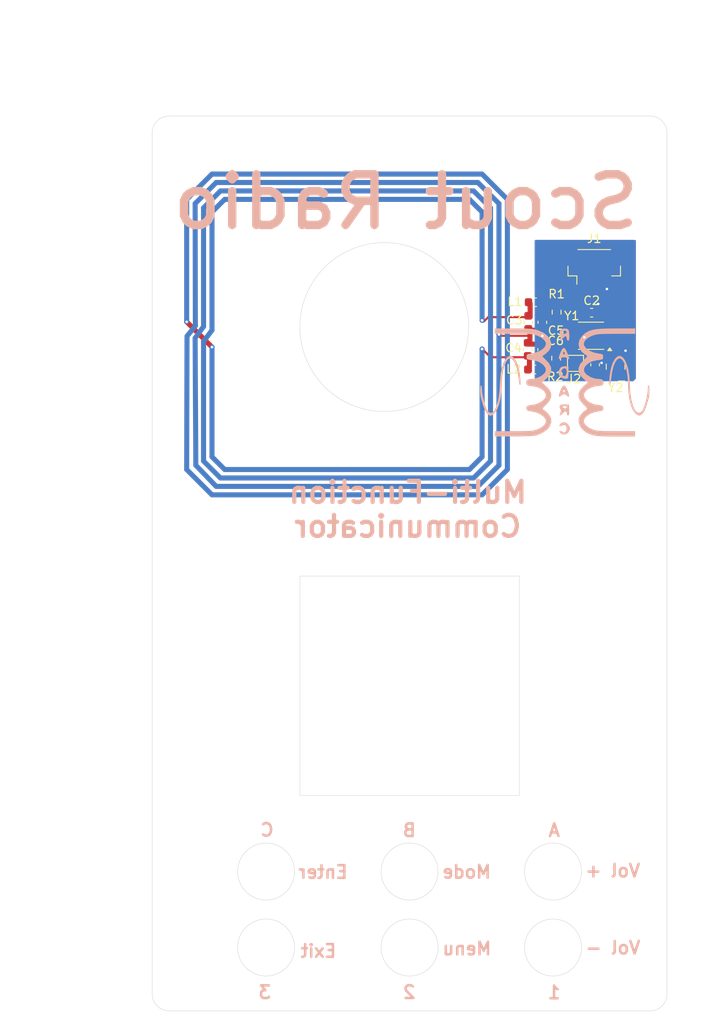
<source format=kicad_pcb>
(kicad_pcb (version 20240108) (generator "pcbnew") (generator_version "8.0")
  (layers (0 "F.Cu" signal) (31 "B.Cu" signal) (34 "B.Paste" user) (35 "F.Paste" user) (36 "B.SilkS" user "B.Silkscreen") (37 "F.SilkS" user "F.Silkscreen") (38 "B.Mask" user) (39 "F.Mask" user) (44 "Edge.Cuts" user))
  (net 0 "")
  (net 1 "GND")
  (net 2 "+3.3V")
  (net 3 "Net-(C5-Pad1)")
  (net 4 "Net-(C6-Pad2)")
  (net 5 "Net-(J1-Pin_3)")
  (net 6 "Net-(J1-Pin_2)")
  (net 7 "Net-(J2-Pin_1)")
  (net 8 "Net-(Y1-CLK1)")
  (net 9 "Net-(Y1-XA)")
  (net 12 "Net-(ANT1-L1)")
  (net 13 "Net-(ANT1-L2)")
  (net 14 "Net-(Y1-CLK2)")
  (footprint "MountingHole:MountingHole_2.1mm" (layer "F.Cu") (at 102.5 92.5)
    (property "Reference" "H1" (hide yes))
    (property "Value" "MountingHole")
    (pad "" np_thru_hole circle (at 0 0) (size 2.1 2.1) (drill 2.1) (layers "*.Cu" "*.Mask"))
  )
  (footprint "Capacitor_SMD:C_0603_1608Metric" (layer "F.Cu") (at 152.07 67.3)
    (property "Reference" "C2" (at 0 -1.43 0) (layer "F.SilkS"))
    (property "Value" "100n")
    (fp_line (start -0.14058 -0.51) (end 0.14058 -0.51) (stroke (width 0.12)) (layer "F.SilkS"))
    (fp_line (start -0.14058 0.51) (end 0.14058 0.51) (stroke (width 0.12)) (layer "F.SilkS"))
    (pad "1" smd roundrect (at -0.775 0) (size 0.9 0.95) (layers "F.Cu" "F.Paste" "F.Mask") (net 2 "+3.3V"))
    (pad "2" smd roundrect (at 0.775 0) (size 0.9 0.95) (layers "F.Cu" "F.Paste" "F.Mask") (net 1 "GND"))
  )
  (footprint "MountingHole:MountingHole_2.1mm" (layer "F.Cu") (at 114.5 46.5)
    (property "Reference" "H5" (hide yes))
    (property "Value" "MountingHole")
    (pad "" np_thru_hole circle (at 0 0) (size 2.1 2.1) (drill 2.1) (layers "*.Cu" "*.Mask"))
  )
  (footprint "Package_SO:MSOP-10_3x3mm_P0.5mm" (layer "F.Cu") (at 152.0025 70.03 180)
    (property "Reference" "Y1" (at 2.2825 2.36 0) (layer "F.SilkS"))
    (property "Value" "Si5351A-B-GT")
    (fp_line (start 0 1.61) (end 1.5 1.61) (stroke (width 0.12)) (layer "F.SilkS"))
    (fp_line (start 0 1.61) (end -1.5 1.61) (stroke (width 0.12)) (layer "F.SilkS"))
    (fp_line (start 0 -1.61) (end 1.5 -1.61) (stroke (width 0.12)) (layer "F.SilkS"))
    (fp_line (start 0 -1.61) (end -1.5 -1.61) (stroke (width 0.12)) (layer "F.SilkS"))
    (fp_poly (pts (xy -2.2125 -1.435) (xy -2.4525 -1.765) (xy -1.9725 -1.765) (xy -2.2125 -1.435)) (stroke (width 0.12)) (fill solid) (layer "F.SilkS"))
    (pad "1" smd roundrect (at -2.1125 -1 180) (size 1.625 0.35) (layers "F.Cu" "F.Paste" "F.Mask") (net 2 "+3.3V"))
    (pad "2" smd roundrect (at -2.1125 -0.5 180) (size 1.625 0.35) (layers "F.Cu" "F.Paste" "F.Mask") (net 9 "Net-(Y1-XA)"))
    (pad "3" smd roundrect (at -2.1125 0 180) (size 1.625 0.35) (layers "F.Cu" "F.Paste" "F.Mask"))
    (pad "4" smd roundrect (at -2.1125 0.5 180) (size 1.625 0.35) (layers "F.Cu" "F.Paste" "F.Mask") (net 6 "Net-(J1-Pin_2)"))
    (pad "5" smd roundrect (at -2.1125 1 180) (size 1.625 0.35) (layers "F.Cu" "F.Paste" "F.Mask") (net 5 "Net-(J1-Pin_3)"))
    (pad "6" smd roundrect (at 2.1125 1 180) (size 1.625 0.35) (layers "F.Cu" "F.Paste" "F.Mask") (net 14 "Net-(Y1-CLK2)"))
    (pad "7" smd roundrect (at 2.1125 0.5 180) (size 1.625 0.35) (layers "F.Cu" "F.Paste" "F.Mask") (net 2 "+3.3V"))
    (pad "8" smd roundrect (at 2.1125 0 180) (size 1.625 0.35) (layers "F.Cu" "F.Paste" "F.Mask") (net 1 "GND"))
    (pad "9" smd roundrect (at 2.1125 -0.5 180) (size 1.625 0.35) (layers "F.Cu" "F.Paste" "F.Mask") (net 8 "Net-(Y1-CLK1)"))
    (pad "10" smd roundrect (at 2.1125 -1 180) (size 1.625 0.35) (layers "F.Cu" "F.Paste" "F.Mask") (net 7 "Net-(J2-Pin_1)"))
  )
  (footprint "Capacitor_SMD:C_0603_1608Metric" (layer "F.Cu") (at 152.48 73.47 90)
    (property "Reference" "C1" (hide yes))
    (property "Value" "1u")
    (fp_line (start -0.14058 -0.51) (end 0.14058 -0.51) (stroke (width 0.12)) (layer "F.SilkS"))
    (fp_line (start -0.14058 0.51) (end 0.14058 0.51) (stroke (width 0.12)) (layer "F.SilkS"))
    (pad "1" smd roundrect (at -0.775 0 90) (size 0.9 0.95) (layers "F.Cu" "F.Paste" "F.Mask") (net 2 "+3.3V"))
    (pad "2" smd roundrect (at 0.775 0 90) (size 0.9 0.95) (layers "F.Cu" "F.Paste" "F.Mask") (net 1 "GND"))
  )
  (footprint "Capacitor_SMD:C_0603_1608Metric" (layer "F.Cu") (at 144.57 68.44 -90)
    (property "Reference" "C3" (at -0.25 1.67 0) (layer "F.SilkS"))
    (property "Value" "220p")
    (fp_line (start -0.14058 0.51) (end 0.14058 0.51) (stroke (width 0.12)) (layer "F.SilkS"))
    (fp_line (start -0.14058 -0.51) (end 0.14058 -0.51) (stroke (width 0.12)) (layer "F.SilkS"))
    (pad "1" smd roundrect (at -0.775 0 270) (size 0.9 0.95) (layers "F.Cu" "F.Paste" "F.Mask") (net 12 "Net-(ANT1-L1)"))
    (pad "2" smd roundrect (at 0.775 0 270) (size 0.9 0.95) (layers "F.Cu" "F.Paste" "F.Mask") (net 1 "GND"))
  )
  (footprint "Oscillator:Oscillator_SMD_SeikoEpson_TG2520SMN-xxx-xxxxxx-4Pin_2.5x2.0mm" (layer "F.Cu") (at 154.91 73.69 180)
    (property "Reference" "Y2" (at 0 -2.5 0) (layer "F.SilkS"))
    (property "Value" "TG2520SMN-xx.xxxxxxMhz-xxxxNM")
    (fp_line (start 1.11 0.32) (end 1.11 -0.32) (stroke (width 0.12)) (layer "F.SilkS"))
    (fp_line (start -0.38 -1.71) (end -1.07 -1.71) (stroke (width 0.12)) (layer "F.SilkS"))
    (fp_line (start -1.11 0.32) (end -1.11 -0.32) (stroke (width 0.12)) (layer "F.SilkS"))
    (pad "1" smd roundrect (at -0.7 -1.05 180) (size 1 0.8) (layers "F.Cu" "F.Paste" "F.Mask"))
    (pad "2" smd roundrect (at -0.7 1.05 180) (size 1 0.8) (layers "F.Cu" "F.Paste" "F.Mask") (net 1 "GND"))
    (pad "3" smd roundrect (at 0.7 1.05 180) (size 1 0.8) (layers "F.Cu" "F.Paste" "F.Mask") (net 9 "Net-(Y1-XA)"))
    (pad "4" smd roundrect (at 0.7 -1.05 180) (size 1 0.8) (layers "F.Cu" "F.Paste" "F.Mask") (net 2 "+3.3V"))
    (zone (net 0) (net_name "") (layers "F.Cu" "F.SilkS") (connect_pads (clearance 0)) (min_thickness 0.254)
      (keepout (tracks not_allowed) (vias not_allowed) (pads not_allowed) (copperpour not_allowed) (footprints allowed))
      (fill (thermal_gap 0.508) (thermal_bridge_width 0.508))
      (polygon (pts (xy 155.06 74.99) (xy 154.76 74.99) (xy 154.76 74.29) (xy 153.91 74.29) (xy 153.91 73.09) (xy 154.76 73.09) (xy 154.76 72.44) (xy 155.06 72.44) (xy 155.06 73.09) (xy 155.91 73.09) (xy 155.91 74.29) (xy 155.06 74.29)))
    )
  )
  (footprint "MountingHole:MountingHole_2.1mm" (layer "F.Cu") (at 158.5 92.5)
    (property "Reference" "H2" (hide yes))
    (property "Value" "MountingHole")
    (pad "" np_thru_hole circle (at 0 0) (size 2.1 2.1) (drill 2.1) (layers "*.Cu" "*.Mask"))
  )
  (footprint "MountingHole:MountingHole_2.1mm" (layer "F.Cu") (at 146.5 46.5)
    (property "Reference" "H6" (hide yes))
    (property "Value" "MountingHole")
    (pad "" np_thru_hole circle (at 0 0) (size 2.1 2.1) (drill 2.1) (layers "*.Cu" "*.Mask"))
  )
  (footprint "Connector_JST:JST_SH_BM04B-SRSS-TB_1x04-1MP_P1.00mm_Vertical" (layer "F.Cu") (at 152.38 61.83)
    (property "Reference" "J1" (at 0 -3.3 0) (layer "F.SilkS"))
    (property "Value" "Conn_01x04")
    (fp_line (start -3.11 -0.04) (end -3.11 1.11) (stroke (width 0.12)) (layer "F.SilkS"))
    (fp_line (start -3.11 1.11) (end -2.06 1.11) (stroke (width 0.12)) (layer "F.SilkS"))
    (fp_line (start -2.06 1.11) (end -2.06 2.1) (stroke (width 0.12)) (layer "F.SilkS"))
    (fp_line (start -1.94 -2.01) (end 1.94 -2.01) (stroke (width 0.12)) (layer "F.SilkS"))
    (fp_line (start 3.11 -0.04) (end 3.11 1.11) (stroke (width 0.12)) (layer "F.SilkS"))
    (fp_line (start 3.11 1.11) (end 2.06 1.11) (stroke (width 0.12)) (layer "F.SilkS"))
    (pad "1" smd roundrect (at -1.5 1.325) (size 0.6 1.55) (layers "F.Cu" "F.Paste" "F.Mask") (net 2 "+3.3V"))
    (pad "2" smd roundrect (at -0.5 1.325) (size 0.6 1.55) (layers "F.Cu" "F.Paste" "F.Mask") (net 6 "Net-(J1-Pin_2)"))
    (pad "3" smd roundrect (at 0.5 1.325) (size 0.6 1.55) (layers "F.Cu" "F.Paste" "F.Mask") (net 5 "Net-(J1-Pin_3)"))
    (pad "4" smd roundrect (at 1.5 1.325) (size 0.6 1.55) (layers "F.Cu" "F.Paste" "F.Mask") (net 1 "GND"))
    (pad "MP" smd roundrect (at -2.8 -1.2) (size 1.2 1.8) (layers "F.Cu" "F.Paste" "F.Mask") (roundrect_rratio 0.208333))
    (pad "MP" smd roundrect (at 2.8 -1.2) (size 1.2 1.8) (layers "F.Cu" "F.Paste" "F.Mask") (roundrect_rratio 0.208333))
  )
  (footprint "MountingHole:MountingHole_2.1mm" (layer "F.Cu") (at 107.5 147.5)
    (property "Reference" "H3" (hide yes))
    (property "Value" "MountingHole")
    (pad "" np_thru_hole circle (at 0 0) (size 2.1 2.1) (drill 2.1) (layers "*.Cu" "*.Mask"))
  )
  (footprint "Inductor_SMD:L_0603_1608Metric" (layer "F.Cu") (at 145.38 66.06 180)
    (property "Reference" "L1" (at 2.4 0.06 0) (layer "F.SilkS"))
    (property "Value" "180nH")
    (fp_line (start -0.162779 0.51) (end 0.162779 0.51) (stroke (width 0.12)) (layer "F.SilkS"))
    (fp_line (start -0.162779 -0.51) (end 0.162779 -0.51) (stroke (width 0.12)) (layer "F.SilkS"))
    (pad "1" smd roundrect (at -0.7875 0 180) (size 0.875 0.95) (layers "F.Cu" "F.Paste" "F.Mask") (net 3 "Net-(C5-Pad1)"))
    (pad "2" smd roundrect (at 0.7875 0 180) (size 0.875 0.95) (layers "F.Cu" "F.Paste" "F.Mask") (net 12 "Net-(ANT1-L1)"))
  )
  (footprint "Resistor_SMD:R_0603_1608Metric" (layer "F.Cu") (at 147.87 72.685 90)
    (property "Reference" "R2" (at -2.185 -0.11 0) (layer "F.SilkS"))
    (property "Value" "47")
    (fp_line (start -0.237258 -0.5225) (end 0.237258 -0.5225) (stroke (width 0.12)) (layer "F.SilkS"))
    (fp_line (start -0.237258 0.5225) (end 0.237258 0.5225) (stroke (width 0.12)) (layer "F.SilkS"))
    (pad "1" smd roundrect (at -0.825 0 90) (size 0.8 0.95) (layers "F.Cu" "F.Paste" "F.Mask") (net 4 "Net-(C6-Pad2)"))
    (pad "2" smd roundrect (at 0.825 0 90) (size 0.8 0.95) (layers "F.Cu" "F.Paste" "F.Mask") (net 8 "Net-(Y1-CLK1)"))
  )
  (footprint "Inductor_SMD:L_0603_1608Metric" (layer "F.Cu") (at 145.29 74.03 180)
    (property "Reference" "L2" (at 2.47 0.04 0) (layer "F.SilkS"))
    (property "Value" "180nH")
    (fp_line (start -0.162779 0.51) (end 0.162779 0.51) (stroke (width 0.12)) (layer "F.SilkS"))
    (fp_line (start -0.162779 -0.51) (end 0.162779 -0.51) (stroke (width 0.12)) (layer "F.SilkS"))
    (pad "1" smd roundrect (at -0.7875 0 180) (size 0.875 0.95) (layers "F.Cu" "F.Paste" "F.Mask") (net 4 "Net-(C6-Pad2)"))
    (pad "2" smd roundrect (at 0.7875 0 180) (size 0.875 0.95) (layers "F.Cu" "F.Paste" "F.Mask") (net 13 "Net-(ANT1-L2)"))
  )
  (footprint "Capacitor_SMD:C_0603_1608Metric" (layer "F.Cu") (at 144.51 71.64 -90)
    (property "Reference" "C4" (at -0.16 1.69 0) (layer "F.SilkS"))
    (property "Value" "220p")
    (fp_line (start -0.14058 0.51) (end 0.14058 0.51) (stroke (width 0.12)) (layer "F.SilkS"))
    (fp_line (start -0.14058 -0.51) (end 0.14058 -0.51) (stroke (width 0.12)) (layer "F.SilkS"))
    (pad "1" smd roundrect (at -0.775 0 270) (size 0.9 0.95) (layers "F.Cu" "F.Paste" "F.Mask") (net 1 "GND"))
    (pad "2" smd roundrect (at 0.775 0 270) (size 0.9 0.95) (layers "F.Cu" "F.Paste" "F.Mask") (net 13 "Net-(ANT1-L2)"))
  )
  (footprint "Capacitor_SMD:C_0603_1608Metric" (layer "F.Cu") (at 146.21 71.67 -90)
    (property "Reference" "C6" (at -1.05 -1.6 0) (layer "F.SilkS"))
    (property "Value" "220p")
    (fp_line (start -0.14058 0.51) (end 0.14058 0.51) (stroke (width 0.12)) (layer "F.SilkS"))
    (fp_line (start -0.14058 -0.51) (end 0.14058 -0.51) (stroke (width 0.12)) (layer "F.SilkS"))
    (pad "1" smd roundrect (at -0.775 0 270) (size 0.9 0.95) (layers "F.Cu" "F.Paste" "F.Mask") (net 1 "GND"))
    (pad "2" smd roundrect (at 0.775 0 270) (size 0.9 0.95) (layers "F.Cu" "F.Paste" "F.Mask") (net 4 "Net-(C6-Pad2)"))
  )
  (footprint "Capacitor_SMD:C_0603_1608Metric" (layer "F.Cu") (at 146.23 68.44 -90)
    (property "Reference" "C5" (at 0.98 -1.63 0) (layer "F.SilkS"))
    (property "Value" "220p")
    (fp_line (start -0.14058 0.51) (end 0.14058 0.51) (stroke (width 0.12)) (layer "F.SilkS"))
    (fp_line (start -0.14058 -0.51) (end 0.14058 -0.51) (stroke (width 0.12)) (layer "F.SilkS"))
    (pad "1" smd roundrect (at -0.775 0 270) (size 0.9 0.95) (layers "F.Cu" "F.Paste" "F.Mask") (net 3 "Net-(C5-Pad1)"))
    (pad "2" smd roundrect (at 0.775 0 270) (size 0.9 0.95) (layers "F.Cu" "F.Paste" "F.Mask") (net 1 "GND"))
  )
  (footprint "Resistor_SMD:R_0603_1608Metric" (layer "F.Cu") (at 147.92 67.23 -90)
    (property "Reference" "R1" (at -2.14 0 0) (layer "F.SilkS"))
    (property "Value" "47")
    (fp_line (start -0.237258 0.5225) (end 0.237258 0.5225) (stroke (width 0.12)) (layer "F.SilkS"))
    (fp_line (start -0.237258 -0.5225) (end 0.237258 -0.5225) (stroke (width 0.12)) (layer "F.SilkS"))
    (pad "1" smd roundrect (at -0.825 0 270) (size 0.8 0.95) (layers "F.Cu" "F.Paste" "F.Mask") (net 3 "Net-(C5-Pad1)"))
    (pad "2" smd roundrect (at 0.825 0 270) (size 0.8 0.95) (layers "F.Cu" "F.Paste" "F.Mask") (net 14 "Net-(Y1-CLK2)"))
  )
  (footprint "TestPoint:TestPoint_Pad_1.5x1.5mm" (layer "F.Cu") (at 150.16 73.3 90)
    (property "Reference" "J2" (at -1.84 -0.18 0) (layer "F.SilkS"))
    (property "Value" "Conn_01x01")
    (fp_line (start 0.95 -0.95) (end 0.95 0.95) (stroke (width 0.12)) (layer "F.SilkS"))
    (fp_line (start -0.95 -0.95) (end 0.95 -0.95) (stroke (width 0.12)) (layer "F.SilkS"))
    (fp_line (start 0.95 0.95) (end -0.95 0.95) (stroke (width 0.12)) (layer "F.SilkS"))
    (fp_line (start -0.95 0.95) (end -0.95 -0.95) (stroke (width 0.12)) (layer "F.SilkS"))
    (pad "1" smd rect (at 0 0 90) (size 1.5 1.5) (layers "F.Cu" "F.Mask") (net 7 "Net-(J2-Pin_1)"))
  )
  (footprint "MountingHole:MountingHole_2.1mm" (layer "F.Cu") (at 153.5 147.5)
    (property "Reference" "H4" (hide yes))
    (property "Value" "MountingHole")
    (pad "" np_thru_hole circle (at 0 0) (size 2.1 2.1) (drill 2.1) (layers "*.Cu" "*.Mask"))
  )
  (footprint "Scout:Radarc_large" (layer "B.Cu") (at 148.9 75.46 180)
    (property "Reference" "G***" (hide yes))
    (property "Value" "LOGO" (hide yes))
    (fp_poly (pts (xy 0.332981 -4.863418) (xy 0.550602 -5.008594) (xy 0.640336 -5.179805) (xy 0.612827 -5.31393) (xy 0.499305 -5.30634) (xy 0.332857 -5.212569) (xy 0.064912 -5.133112) (xy -0.131119 -5.240274) (xy -0.21307 -5.50931) (xy -0.213445 -5.533163) (xy -0.155482 -5.848609) (xy -0.004549 -6.013127) (xy 0.204925 -6.001833) (xy 0.322824 -5.920705) (xy 0.520213 -5.80173) (xy 0.62986 -5.83694) (xy 0.606306 -6.00067) (xy 0.572437 -6.061631) (xy 0.390069 -6.202836) (xy 0.134982 -6.275799) (xy -0.145292 -6.249378) (xy -0.372282 -6.072264) (xy -0.420582 -6.013612) (xy -0.590048 -5.692461) (xy -0.588456 -5.447476) (xy -0.450715 -5.162559) (xy -0.220318 -4.924965) (xy 0.029815 -4.805879) (xy 0.072201 -4.802521)) (fill solid) (layer "B.SilkS"))
    (fp_poly (pts (xy 0.349109 -0.665011) (xy 0.535707 -1.063798) (xy 0.57621 -1.172835) (xy 0.692389 -1.557122) (xy 0.700609 -1.761531) (xy 0.601339 -1.784269) (xy 0.445823 -1.671334) (xy 0.16113 -1.510474) (xy -0.097397 -1.551966) (xy -0.213445 -1.654202) (xy -0.390018 -1.800284) (xy -0.496987 -1.76831) (xy -0.495485 -1.570193) (xy -0.494921 -1.567932) (xy -0.387626 -1.226601) (xy -0.343951 -1.120588) (xy 0 -1.120588) (xy 0.057627 -1.262611) (xy 0.106723 -1.280672) (xy 0.201405 -1.194231) (xy 0.213446 -1.120588) (xy 0.155818 -0.978565) (xy 0.106723 -0.960504) (xy 0.012041 -1.046945) (xy 0 -1.120588) (xy -0.343951 -1.120588) (xy -0.246357 -0.883698) (xy -0.103305 -0.609655) (xy 0.003058 -0.478362) (xy 0.173194 -0.471847)) (fill solid) (layer "B.SilkS"))
    (fp_poly (pts (xy 0.330531 1.77247) (xy 0.543102 1.626429) (xy 0.580923 1.577094) (xy 0.71218 1.269251) (xy 0.739892 0.930166) (xy 0.665383 0.682994) (xy 0.460574 0.500578) (xy 0.170529 0.373019) (xy -0.122922 0.323692) (xy -0.337947 0.375969) (xy -0.355742 0.391317) (xy -0.392775 0.527797) (xy -0.418508 0.81267) (xy -0.42689 1.138375) (xy -0.42689 1.179805) (xy -0.213042 1.179805) (xy -0.18103 0.915578) (xy -0.08505 0.709678) (xy 0.043435 0.640336) (xy 0.225249 0.709294) (xy 0.298824 0.768403) (xy 0.415203 0.994405) (xy 0.40229 1.247953) (xy 0.288763 1.464115) (xy 0.103296 1.577961) (xy -0.052002 1.562768) (xy -0.172795 1.422241) (xy -0.213042 1.179805) (xy -0.42689 1.179805) (xy -0.42689 1.814286) (xy -0.006051 1.814286)) (fill solid) (layer "B.SilkS"))
    (fp_poly (pts (xy 0.41141 -2.71044) (xy 0.612496 -2.832719) (xy 0.62651 -3.050917) (xy 0.540328 -3.230588) (xy 0.460238 -3.444203) (xy 0.529496 -3.673824) (xy 0.541433 -3.696543) (xy 0.62391 -3.933669) (xy 0.571345 -4.027488) (xy 0.420552 -3.961276) (xy 0.279912 -3.815336) (xy 0.053537 -3.590571) (xy -0.1174 -3.533165) (xy -0.206488 -3.647738) (xy -0.213445 -3.728996) (xy -0.261835 -3.930143) (xy -0.368038 -4.015636) (xy -0.473606 -3.945732) (xy -0.487389 -3.915263) (xy -0.515874 -3.722308) (xy -0.520618 -3.409098) (xy -0.513316 -3.241482) (xy -0.500608 -3.041597) (xy -0.213445 -3.041597) (xy -0.139778 -3.173692) (xy 0.026681 -3.182423) (xy 0.214362 -3.115426) (xy 0.266807 -3.041597) (xy 0.176037 -2.945292) (xy 0.026681 -2.900771) (xy -0.169009 -2.926644) (xy -0.213445 -3.041597) (xy -0.500608 -3.041597) (xy -0.480252 -2.721428) (xy 0.027769 -2.688856)) (fill solid) (layer "B.SilkS"))
    (fp_poly (pts (xy 0.37202 3.772967) (xy 0.561436 3.355084) (xy 0.570082 3.332924) (xy 0.698243 2.976368) (xy 0.736592 2.773317) (xy 0.686135 2.684117) (xy 0.586975 2.668067) (xy 0.444952 2.725695) (xy 0.426891 2.77479) (xy 0.334152 2.849723) (xy 0.110706 2.881504) (xy 0.106723 2.881513) (xy -0.118077 2.8506) (xy -0.213421 2.776118) (xy -0.213445 2.77479) (xy -0.299886 2.680108) (xy -0.373529 2.668067) (xy -0.515913 2.691943) (xy -0.533613 2.711932) (xy -0.498489 2.827146) (xy -0.407419 3.081041) (xy -0.307929 3.345547) (xy -0.300752 3.361765) (xy 0 3.361765) (xy 0.057627 3.219742) (xy 0.106723 3.201681) (xy 0.201405 3.288122) (xy 0.213446 3.361765) (xy 0.155818 3.503788) (xy 0.106723 3.521849) (xy 0.012041 3.435408) (xy 0 3.361765) (xy -0.300752 3.361765) (xy -0.121499 3.766841) (xy 0.044603 3.978644) (xy 0.204425 3.980753)) (fill solid) (layer "B.SilkS"))
    (fp_poly (pts (xy 0.161712 6.277203) (xy 0.433907 6.186161) (xy 0.610107 5.991154) (xy 0.617022 5.738646) (xy 0.514426 5.573081) (xy 0.445461 5.425369) (xy 0.517497 5.206731) (xy 0.532374 5.178368) (xy 0.624729 4.934765) (xy 0.585608 4.838583) (xy 0.445621 4.898367) (xy 0.252632 5.100286) (xy 0.0293 5.327665) (xy -0.128868 5.367645) (xy -0.207429 5.219531) (xy -0.213445 5.122689) (xy -0.264569 4.919556) (xy -0.380771 4.838006) (xy -0.465366 4.876571) (xy -0.517398 5.038666) (xy -0.534598 5.329248) (xy -0.520735 5.66688) (xy -0.491879 5.879502) (xy -0.217384 5.879502) (xy -0.16133 5.729699) (xy 0.035837 5.656647) (xy 0.053362 5.656303) (xy 0.253993 5.688388) (xy 0.320168 5.749958) (xy 0.239844 5.90569) (xy 0.067098 6.02398) (xy -0.095725 6.036288) (xy -0.102047 6.032721) (xy -0.217384 5.879502) (xy -0.491879 5.879502) (xy -0.47958 5.970121) (xy -0.414905 6.157535) (xy -0.405546 6.168572) (xy -0.164712 6.278858)) (fill solid) (layer "B.SilkS"))
    (fp_poly (pts (xy 6.825621 2.910577) (xy 7.082779 2.602407) (xy 7.307997 2.146031) (xy 7.491017 1.563195) (xy 7.621584 0.875643) (xy 7.689439 0.105121) (xy 7.6945 -0.053361) (xy 7.742382 -0.977274) (xy 7.837512 -1.789869) (xy 7.973833 -2.477555) (xy 8.145288 -3.026738) (xy 8.345819 -3.423827) (xy 8.569371 -3.655228) (xy 8.809884 -3.707348) (xy 9.061304 -3.566596) (xy 9.192541 -3.415126) (xy 9.333254 -3.139947) (xy 9.480632 -2.716791) (xy 9.618513 -2.209905) (xy 9.730732 -1.683532) (xy 9.801125 -1.201917) (xy 9.816849 -0.933823) (xy 9.837954 -0.638275) (xy 9.889805 -0.45558) (xy 9.92521 -0.426891) (xy 9.984858 -0.522761) (xy 10.019518 -0.769817) (xy 10.028862 -1.107229) (xy 10.012561 -1.474168) (xy 9.970285 -1.809804) (xy 9.933544 -1.966793) (xy 9.848162 -2.25741) (xy 9.736138 -2.646457) (xy 9.665917 -2.893494) (xy 9.489493 -3.356433) (xy 9.259638 -3.732683) (xy 9.008415 -3.979435) (xy 8.795639 -4.055462) (xy 8.617738 -3.982065) (xy 8.380502 -3.797244) (xy 8.28361 -3.701279) (xy 8.001241 -3.274653) (xy 7.772456 -2.665988) (xy 7.603257 -1.901317) (xy 7.49964 -1.006674) (xy 7.467593 -0.160084) (xy 7.429887 0.538301) (xy 7.331709 1.198693) (xy 7.184051 1.78504) (xy 6.997905 2.261292) (xy 6.784262 2.591398) (xy 6.586081 2.731181) (xy 6.333767 2.709254) (xy 6.096053 2.493939) (xy 5.882088 2.10522) (xy 5.70102 1.563085) (xy 5.561998 0.88752) (xy 5.494685 0.346849) (xy 5.445203 -0.028333) (xy 5.382547 -0.303272) (xy 5.319242 -0.425065) (xy 5.311523 -0.426891) (xy 5.258052 -0.323452) (xy 5.247971 -0.017476) (xy 5.275058 0.412338) (xy 5.391155 1.266306) (xy 5.574242 1.977799) (xy 5.816931 2.527379) (xy 6.111837 2.895609) (xy 6.256509 2.995317) (xy 6.546778 3.048795)) (fill solid) (layer "B.SilkS"))
    (fp_poly (pts (xy -6.256508 2.995317) (xy -5.94093 2.713201) (xy -5.674313 2.241167) (xy -5.464043 1.598651) (xy -5.317505 0.805092) (xy -5.275057 0.412338) (xy -5.24686 -0.065875) (xy -5.2623 -0.347259) (xy -5.311522 -0.426891) (xy -5.37398 -0.3292) (xy -5.437437 -0.071397) (xy -5.48937 0.293612) (xy -5.494685 0.346849) (xy -5.598891 1.1038) (xy -5.751537 1.741289) (xy -5.943473 2.239329) (xy -6.165553 2.577934) (xy -6.408626 2.737118) (xy -6.586081 2.731181) (xy -6.817898 2.554598) (xy -7.029381 2.199234) (xy -7.210258 1.699514) (xy -7.350258 1.089864) (xy -7.439108 0.404711) (xy -7.466786 -0.220525) (xy -7.509466 -1.186354) (xy -7.624751 -2.050964) (xy -7.806074 -2.786369) (xy -8.046866 -3.36458) (xy -8.28361 -3.701279) (xy -8.581918 -3.963853) (xy -8.832258 -4.036878) (xy -9.0781 -3.923672) (xy -9.235788 -3.773956) (xy -9.412737 -3.509904) (xy -9.58352 -3.138213) (xy -9.665917 -2.893494) (xy -9.778852 -2.497406) (xy -9.8846 -2.132382) (xy -9.933544 -1.966793) (xy -9.991106 -1.677447) (xy -10.022502 -1.321352) (xy -10.028061 -0.959339) (xy -10.008112 -0.652237) (xy -9.962985 -0.460877) (xy -9.92521 -0.426891) (xy -9.86268 -0.522601) (xy -9.823431 -0.76609) (xy -9.816849 -0.933823) (xy -9.783947 -1.34867) (xy -9.698276 -1.851767) (xy -9.576 -2.37887) (xy -9.433284 -2.865734) (xy -9.286291 -3.248114) (xy -9.192541 -3.415126) (xy -8.939709 -3.656313) (xy -8.692889 -3.698843) (xy -8.458724 -3.557503) (xy -8.24386 -3.247079) (xy -8.054938 -2.78236) (xy -7.898603 -2.178131) (xy -7.781498 -1.449181) (xy -7.710266 -0.610296) (xy -7.692548 -0.076496) (xy -7.643864 0.695086) (xy -7.52921 1.395073) (xy -7.359154 2.000862) (xy -7.144263 2.489849) (xy -6.895103 2.839433) (xy -6.622242 3.027008) (xy -6.336246 3.029973)) (fill solid) (layer "B.SilkS"))
    (fp_poly (pts (xy 8.32437 5.976471) (xy 8.32437 5.656303) (xy 6.087197 5.656303) (xy 5.320102 5.654373) (xy 4.731448 5.646767) (xy 4.286254 5.630758) (xy 3.949537 5.603621) (xy 3.686313 5.562628) (xy 3.4616 5.505054) (xy 3.261475 5.436098) (xy 2.7937 5.205189) (xy 2.449078 4.921944) (xy 2.263382 4.619801) (xy 2.241177 4.482353) (xy 2.34152 4.164464) (xy 2.61737 3.863106) (xy 3.030956 3.603297) (xy 3.544508 3.410056) (xy 3.994272 3.321131) (xy 4.313038 3.273578) (xy 4.47339 3.206753) (xy 4.529482 3.082068) (xy 4.535715 2.935324) (xy 4.523489 2.754227) (xy 4.452895 2.649942) (xy 4.273059 2.589601) (xy 3.933108 2.540333) (xy 3.922262 2.538977) (xy 3.410494 2.449598) (xy 3.027739 2.308338) (xy 2.690147 2.079084) (xy 2.534664 1.941363) (xy 2.293322 1.613022) (xy 2.260658 1.283603) (xy 2.432315 0.965205) (xy 2.803932 0.669923) (xy 3.037183 0.546895) (xy 3.416118 0.408012) (xy 3.798471 0.32695) (xy 3.920896 0.318534) (xy 4.304805 0.282295) (xy 4.513821 0.162608) (xy 4.57756 -0.06286) (xy 4.570941 -0.171664) (xy 4.53486 -0.350165) (xy 4.441794 -0.450218) (xy 4.236229 -0.504436) (xy 3.94874 -0.537187) (xy 3.332252 -0.654085) (xy 2.827318 -0.863569) (xy 2.462607 -1.146673) (xy 2.266791 -1.484427) (xy 2.241177 -1.666892) (xy 2.338729 -1.941778) (xy 2.599282 -2.218418) (xy 2.974685 -2.467379) (xy 3.416783 -2.659229) (xy 3.877424 -2.764536) (xy 4.055462 -2.775829) (xy 4.396902 -2.83797) (xy 4.561154 -3.018084) (xy 4.571733 -3.21375) (xy 4.520636 -3.370346) (xy 4.386126 -3.461724) (xy 4.111679 -3.519287) (xy 3.994272 -3.534576) (xy 3.428608 -3.65784) (xy 2.933186 -3.867359) (xy 2.545777 -4.138117) (xy 2.304151 -4.445094) (xy 2.241177 -4.695798) (xy 2.340873 -4.995345) (xy 2.616113 -5.291528) (xy 3.031124 -5.550909) (xy 3.261475 -5.649543) (xy 3.481527 -5.724541) (xy 3.708314 -5.780481) (xy 3.97682 -5.82009) (xy 4.322027 -5.846093) (xy 4.778918 -5.861218) (xy 5.382475 -5.86819) (xy 6.087197 -5.869748) (xy 8.32437 -5.869748) (xy 8.32437 -6.189916) (xy 8.32437 -6.510084) (xy 6.003152 -6.501658) (xy 5.300629 -6.494294) (xy 4.653194 -6.478483) (xy 4.097376 -6.455834) (xy 3.669702 -6.427955) (xy 3.406699 -6.396455) (xy 3.361765 -6.38537) (xy 2.642304 -6.077169) (xy 2.104668 -5.702892) (xy 1.75641 -5.271539) (xy 1.605085 -4.792113) (xy 1.641363 -4.335427) (xy 1.778119 -4.058061) (xy 2.027952 -3.740785) (xy 2.324885 -3.459868) (xy 2.505608 -3.33635) (xy 2.608597 -3.262452) (xy 2.614605 -3.173926) (xy 2.503476 -3.029798) (xy 2.255057 -2.789094) (xy 2.220613 -2.756945) (xy 1.811416 -2.281678) (xy 1.615332 -1.816) (xy 1.632347 -1.357814) (xy 1.862446 -0.905019) (xy 2.206595 -0.539379) (xy 2.698118 -0.106723) (xy 2.206595 0.325933) (xy 1.803205 0.77655) (xy 1.613053 1.231396) (xy 1.636144 1.691752) (xy 1.87248 2.158895) (xy 2.212662 2.536096) (xy 2.458962 2.776326) (xy 2.619018 2.953274) (xy 2.657742 3.024228) (xy 2.55025 3.100634) (xy 2.336187 3.249646) (xy 2.266247 3.298017) (xy 1.863244 3.677939) (xy 1.650924 4.107588) (xy 1.620677 4.560268) (xy 1.763892 5.009284) (xy 2.071957 5.427938) (xy 2.536263 5.789534) (xy 3.148197 6.067375) (xy 3.160859 6.071559) (xy 3.416006 6.14854) (xy 3.671296 6.205891) (xy 3.963251 6.246425) (xy 4.328395 6.272952) (xy 4.803249 6.288283) (xy 5.424337 6.295228) (xy 6.085435 6.296639) (xy 8.32437 6.296639)) (fill solid) (layer "B.SilkS"))
    (fp_poly (pts (xy -5.103075 6.289306) (xy -4.343773 6.262914) (xy -3.738151 6.210876) (xy -3.256508 6.126603) (xy -2.869145 6.003508) (xy -2.546361 5.835002) (xy -2.258456 5.614497) (xy -2.045988 5.409415) (xy -1.732396 4.953654) (xy -1.618143 4.468245) (xy -1.699472 3.989199) (xy -1.972628 3.552526) (xy -2.266247 3.298017) (xy -2.49781 3.137307) (xy -2.642284 3.035579) (xy -2.657741 3.024228) (xy -2.609119 2.941007) (xy -2.439735 2.75665) (xy -2.212661 2.536096) (xy -1.806735 2.062642) (xy -1.614056 1.596993) (xy -1.634623 1.137869) (xy -1.868431 0.683993) (xy -2.206595 0.325933) (xy -2.698118 -0.106723) (xy -2.206595 -0.539379) (xy -1.803247 -0.989336) (xy -1.612974 -1.44298) (xy -1.635788 -1.902407) (xy -1.871704 -2.369718) (xy -2.220612 -2.756945) (xy -2.484429 -3.010015) (xy -2.608865 -3.162258) (xy -2.614074 -3.254648) (xy -2.52021 -3.328159) (xy -2.505608 -3.33635) (xy -2.212796 -3.55557) (xy -1.925718 -3.858969) (xy -1.71035 -4.170276) (xy -1.641363 -4.335427) (xy -1.623723 -4.818707) (xy -1.790224 -5.296503) (xy -2.115002 -5.725159) (xy -2.572194 -6.061015) (xy -2.700842 -6.123893) (xy -3.003207 -6.250131) (xy -3.291978 -6.345715) (xy -3.6033 -6.414819) (xy -3.973315 -6.461616) (xy -4.438166 -6.490279) (xy -5.033998 -6.504981) (xy -5.796953 -6.509894) (xy -6.045757 -6.510084) (xy -8.324369 -6.510084) (xy -8.324369 -6.189916) (xy -8.324369 -5.869748) (xy -6.087196 -5.869748) (xy -5.320101 -5.867818) (xy -4.731448 -5.860212) (xy -4.286254 -5.844203) (xy -3.949536 -5.817066) (xy -3.686313 -5.776073) (xy -3.4616 -5.718499) (xy -3.261475 -5.649543) (xy -2.793699 -5.418634) (xy -2.449078 -5.135389) (xy -2.263381 -4.833246) (xy -2.241176 -4.695798) (xy -2.341519 -4.377909) (xy -2.617369 -4.076551) (xy -3.030955 -3.816742) (xy -3.544508 -3.623501) (xy -3.994272 -3.534576) (xy -4.321432 -3.48102) (xy -4.491786 -3.403021) (xy -4.561859 -3.269175) (xy -4.571732 -3.21375) (xy -4.529861 -2.950752) (xy -4.311895 -2.806652) (xy -4.055462 -2.775829) (xy -3.452201 -2.677651) (xy -2.877135 -2.419179) (xy -2.611788 -2.224299) (xy -2.326595 -1.881869) (xy -2.252807 -1.546875) (xy -2.388388 -1.226332) (xy -2.731298 -0.927255) (xy -3.037182 -0.76034) (xy -3.405714 -0.622682) (xy -3.767508 -0.542215) (xy -3.885486 -0.533613) (xy -4.275966 -0.504929) (xy -4.496117 -0.403824) (xy -4.583157 -0.207717) (xy -4.589075 -0.106723) (xy -4.541799 0.130194) (xy -4.37516 0.263767) (xy -4.051943 0.316577) (xy -3.885486 0.320168) (xy -3.563547 0.367052) (xy -3.182444 0.48514) (xy -3.037182 0.546895) (xy -2.576322 0.827707) (xy -2.313445 1.137121) (xy -2.252911 1.463041) (xy -2.39908 1.79337) (xy -2.534664 1.941363) (xy -2.878915 2.220657) (xy -3.231517 2.396102) (xy -3.676318 2.503811) (xy -3.922261 2.538977) (xy -4.266806 2.588387) (xy -4.44998 2.64806) (xy -4.522658 2.750865) (xy -4.535712 2.929671) (xy -4.535714 2.935324) (xy -4.521075 3.12534) (xy -4.441053 3.229794) (xy -4.241494 3.287275) (xy -3.994272 3.321131) (xy -3.428608 3.444394) (xy -2.933186 3.653914) (xy -2.545777 3.924671) (xy -2.30415 4.231648) (xy -2.241176 4.482353) (xy -2.340872 4.7819) (xy -2.616112 5.078083) (xy -3.031124 5.337464) (xy -3.261475 5.436098) (xy -3.481526 5.511096) (xy -3.708314 5.567036) (xy -3.976819 5.606644) (xy -4.322026 5.632648) (xy -4.778917 5.647773) (xy -5.382475 5.654745) (xy -6.087196 5.656303) (xy -8.324369 5.656303) (xy -8.324369 5.976471) (xy -8.324369 6.296639) (xy -6.045757 6.296639)) (fill solid) (layer "B.SilkS"))
  )
  (footprint "Scout:RFID_Antenna" (layer "B.Cu") (at 123.0896 69.8756 -90)
    (property "Reference" "ANT1" (hide yes))
    (property "Value" "ANT" (hide yes))
    (fp_line (start -1.5 19) (end 1.5 16) (stroke (width 0.6)) (layer "F.Cu"))
    (fp_line (start -16 19) (end -1.5 19) (stroke (width 0.6)) (layer "B.Cu"))
    (fp_line (start -16 19) (end -19 16) (stroke (width 0.6)) (layer "B.Cu"))
    (fp_line (start 16 19) (end 0.20955 18.9611) (stroke (width 0.6)) (layer "B.Cu"))
    (fp_line (start 0.20955 18.9611) (end -1.02235 17.9705) (stroke (width 0.6)) (layer "B.Cu"))
    (fp_line (start 0.4318 18) (end 15.500001 17.915316) (stroke (width 0.6)) (layer "B.Cu"))
    (fp_line (start -1.02235 17.9705) (end -15.5 18) (stroke (width 0.6)) (layer "B.Cu"))
    (fp_line (start 15.500001 17.915316) (end 18 15.5) (stroke (width 0.6)) (layer "B.Cu"))
    (fp_line (start -15 17) (end -0.9398 17) (stroke (width 0.6)) (layer "B.Cu"))
    (fp_line (start -0.9398 17) (end 0.4318 18) (stroke (width 0.6)) (layer "B.Cu"))
    (fp_line (start 0.8382 17) (end 15 17) (stroke (width 0.6)) (layer "B.Cu"))
    (fp_line (start 15 17) (end 17 15) (stroke (width 0.6)) (layer "B.Cu"))
    (fp_line (start -19 16) (end -19 -16) (stroke (width 0.6)) (layer "B.Cu"))
    (fp_line (start -14.5 16) (end -0.508 16) (stroke (width 0.6)) (layer "B.Cu"))
    (fp_line (start -0.508 16) (end 0.8382 17) (stroke (width 0.6)) (layer "B.Cu"))
    (fp_line (start 1.5 16) (end 14.5 16) (stroke (width 0.6)) (layer "B.Cu"))
    (fp_line (start 14.5 16) (end 16 14.5) (stroke (width 0.6)) (layer "B.Cu"))
    (fp_line (start 19 16) (end 16 19) (stroke (width 0.6)) (layer "B.Cu"))
    (fp_line (start -18 15.5) (end -15.5 18) (stroke (width 0.6)) (layer "B.Cu"))
    (fp_line (start 18 15.5) (end 18 -15.5) (stroke (width 0.6)) (layer "B.Cu"))
    (fp_line (start -17 15) (end -15 17) (stroke (width 0.6)) (layer "B.Cu"))
    (fp_line (start 17 15) (end 17 -15) (stroke (width 0.6)) (layer "B.Cu"))
    (fp_line (start -16 14.5) (end -14.5 16) (stroke (width 0.6)) (layer "B.Cu"))
    (fp_line (start 16 14.5) (end 16 -14.5) (stroke (width 0.6)) (layer "B.Cu"))
    (fp_line (start -16 -14.5) (end -16 14.5) (stroke (width 0.6)) (layer "B.Cu"))
    (fp_line (start -17 -15) (end -17 15) (stroke (width 0.6)) (layer "B.Cu"))
    (fp_line (start 17 -15) (end 15 -17) (stroke (width 0.6)) (layer "B.Cu"))
    (fp_line (start -18 -15.5) (end -18 15.5) (stroke (width 0.6)) (layer "B.Cu"))
    (fp_line (start 18 -15.5) (end 15.5 -18) (stroke (width 0.6)) (layer "B.Cu"))
    (fp_line (start -19 -16) (end -16 -19) (stroke (width 0.6)) (layer "B.Cu"))
    (fp_line (start -14.5 -16) (end -16 -14.5) (stroke (width 0.6)) (layer "B.Cu"))
    (fp_line (start -12 -16) (end -14.5 -16) (stroke (width 0.6)) (layer "B.Cu"))
    (fp_line (start 12 -16) (end 14.5 -16) (stroke (width 0.6)) (layer "B.Cu"))
    (fp_line (start 14.5 -16) (end 16 -14.5) (stroke (width 0.6)) (layer "B.Cu"))
    (fp_line (start 19 -16) (end 19 16) (stroke (width 0.6)) (layer "B.Cu"))
    (fp_line (start -1.6764 -16.002) (end -12 -16) (stroke (width 0.6)) (layer "B.Cu"))
    (fp_line (start 1.7272 -16.002) (end 12 -16) (stroke (width 0.6)) (layer "B.Cu"))
    (fp_line (start -15 -17) (end -17 -15) (stroke (width 0.6)) (layer "B.Cu"))
    (fp_line (start 15 -17) (end -15 -17) (stroke (width 0.6)) (layer "B.Cu"))
    (fp_line (start -15.5 -18) (end -18 -15.5) (stroke (width 0.6)) (layer "B.Cu"))
    (fp_line (start 15.5 -18) (end -15.5 -18) (stroke (width 0.6)) (layer "B.Cu"))
    (fp_line (start -16 -19) (end 16 -19) (stroke (width 0.6)) (layer "B.Cu"))
    (fp_line (start 16 -19) (end 19 -16) (stroke (width 0.6)) (layer "B.Cu"))
    (pad "1" thru_hole circle (at -1.6764 -16.002 270) (size 0.6 0.6) (drill 0.3) (layers "*.Cu") (net 12 "Net-(ANT1-L1)"))
    (pad "1" thru_hole circle (at -1.5 19 270) (size 0.6 0.6) (drill 0.3) (layers "*.Cu") (net 12 "Net-(ANT1-L1)"))
    (pad "1" thru_hole circle (at 1.5 16 270) (size 0.6 0.6) (drill 0.3) (layers "*.Cu") (net 12 "Net-(ANT1-L1)"))
    (pad "2" thru_hole custom (at 1.7272 -16.002 270) (size 0.6 0.6) (drill 0.3) (layers "*.Cu") (net 13 "Net-(ANT1-L2)") (options (clearance outline) (anchor circle)) (primitives (gr_poly (pts (xy -0.15 0.075) (xy -0.144291 0.103701) (xy -0.128033 0.128033) (xy -0.103701 0.144291) (xy -0.075 0.15) (xy 0.075 0.15) (xy 0.103701 0.144291) (xy 0.128033 0.128033) (xy 0.144291 0.103701) (xy 0.15 0.075) (xy 0.15 -0.075) (xy 0.144291 -0.103701) (xy 0.128033 -0.128033) (xy 0.103701 -0.144291) (xy 0.075 -0.15) (xy -0.075 -0.15) (xy -0.103701 -0.144291) (xy -0.128033 -0.128033) (xy -0.144291 -0.103701) (xy -0.15 -0.075)) (width 0) (fill yes))))
    (pad "3" thru_hole circle (at 0 -18 270) (size 0.6 0.6) (drill 0.3) (layers "*.Cu") (net 1 "GND"))
  )
  (gr_circle (center 147.5 133.5) (end 147.5 130.125) (stroke (width 0.05)) (fill none) (layer "Edge.Cuts"))
  (gr_line (start 100 148) (end 100 46) (stroke (width 0.05)) (layer "Edge.Cuts"))
  (gr_arc (start 100 46) (mid 100.585786 44.585786) (end 102 44) (stroke (width 0.05)) (layer "Edge.Cuts"))
  (gr_line (start 117.5 124.5) (end 143.5 124.5) (stroke (width 0.05)) (layer "Edge.Cuts"))
  (gr_line (start 161 46) (end 161 148) (stroke (width 0.05)) (layer "Edge.Cuts"))
  (gr_line (start 159 150) (end 102 150) (stroke (width 0.05)) (layer "Edge.Cuts"))
  (gr_circle (center 130.5 142.5) (end 130.5 139.125) (stroke (width 0.05)) (fill none) (layer "Edge.Cuts"))
  (gr_circle (center 147.5 142.5) (end 147.5 139.125) (stroke (width 0.05)) (fill none) (layer "Edge.Cuts"))
  (gr_line (start 143.5 124.5) (end 143.5 98.5) (stroke (width 0.05)) (layer "Edge.Cuts"))
  (gr_arc (start 161 148) (mid 160.414214 149.414214) (end 159 150) (stroke (width 0.05)) (layer "Edge.Cuts"))
  (gr_arc (start 159 44) (mid 160.414214 44.585786) (end 161 46) (stroke (width 0.05)) (layer "Edge.Cuts"))
  (gr_arc (start 102 150) (mid 100.585786 149.414214) (end 100 148) (stroke (width 0.05)) (layer "Edge.Cuts"))
  (gr_circle (center 113.5 133.5) (end 113.5 130.125) (stroke (width 0.05)) (fill none) (layer "Edge.Cuts"))
  (gr_circle (center 130.5 133.5) (end 130.5 130.125) (stroke (width 0.05)) (fill none) (layer "Edge.Cuts"))
  (gr_line (start 102 44) (end 159 44) (stroke (width 0.05)) (layer "Edge.Cuts"))
  (gr_line (start 143.5 98.5) (end 117.5 98.5) (stroke (width 0.05)) (layer "Edge.Cuts"))
  (gr_line (start 117.5 98.5) (end 117.5 124.5) (stroke (width 0.05)) (layer "Edge.Cuts"))
  (gr_circle (center 113.5 142.5) (end 113.5 139.125) (stroke (width 0.05)) (fill none) (layer "Edge.Cuts"))
  (gr_circle (center 127.5 69) (end 127.5 59) (stroke (width 0.05)) (fill none) (layer "Edge.Cuts"))
  (gr_text "Vol +" (at 157.98 134.28 0) (layer "B.SilkS") (effects (font (size 1.5 1.5) (thickness 0.3) (bold yes)) (justify left bottom mirror)))
  (gr_text "Scout Radio" (at 158.14 57.69 0) (layer "B.SilkS") (effects (font (size 6 6) (thickness 1) (bold yes)) (justify left bottom mirror)))
  (gr_text "C" (at 114.57 129.45 0) (layer "B.SilkS") (effects (font (size 1.5 1.5) (thickness 0.3) (bold yes)) (justify left bottom mirror)))
  (gr_text "Vol -" (at 158 143.41 0) (layer "B.SilkS") (effects (font (size 1.5 1.5) (thickness 0.3) (bold yes)) (justify left bottom mirror)))
  (gr_text "3" (at 114.25 148.68 0) (layer "B.SilkS") (effects (font (size 1.5 1.5) (thickness 0.3) (bold yes)) (justify left bottom mirror)))
  (gr_text "1" (at 148.53 148.71 0) (layer "B.SilkS") (effects (font (size 1.5 1.5) (thickness 0.3) (bold yes)) (justify left bottom mirror)))
  (gr_text "Mode" (at 140.3 134.42 0) (layer "B.SilkS") (effects (font (size 1.5 1.5) (thickness 0.3) (bold yes)) (justify left bottom mirror)))
  (gr_text "Exit" (at 121.97 143.79 0) (layer "B.SilkS") (effects (font (size 1.5 1.5) (thickness 0.3) (bold yes)) (justify left bottom mirror)))
  (gr_text "2" (at 131.37 148.67 0) (layer "B.SilkS") (effects (font (size 1.5 1.5) (thickness 0.3) (bold yes)) (justify left bottom mirror)))
  (gr_text "B" (at 131.41 129.49 0) (layer "B.SilkS") (effects (font (size 1.5 1.5) (thickness 0.3) (bold yes)) (justify left bottom mirror)))
  (gr_text "Enter" (at 123.33 134.44 0) (layer "B.SilkS") (effects (font (size 1.5 1.5) (thickness 0.3) (bold yes)) (justify left bottom mirror)))
  (gr_text "Multi-Function\nCommunicator" (at 130.29 94.07 0) (layer "B.SilkS") (effects (font (size 2.5 2.5) (thickness 0.5) (bold yes)) (justify bottom mirror)))
  (gr_text "Menu" (at 140.34 143.51 0) (layer "B.SilkS") (effects (font (size 1.5 1.5) (thickness 0.3) (bold yes)) (justify left bottom mirror)))
  (gr_text "A" (at 148.48 129.49 0) (layer "B.SilkS") (effects (font (size 1.5 1.5) (thickness 0.3) (bold yes)) (justify left bottom mirror)))
  (segment (start 155.8 72.8) (end 155.8 72.01) (width 0.4) (layer "F.Cu") (net 1))
  (segment (start 149.89 70.03) (end 151.035 70.03) (width 0.25) (layer "F.Cu") (net 1))
  (segment (start 144.76 69.375) (end 146.42 69.375) (width 0.6) (layer "F.Cu") (net 1))
  (segment (start 141.2796 70.0356) (end 144.7256 70.0356) (width 0.25) (layer "F.Cu") (net 1))
  (segment (start 154.07 64.66) (end 154.07 63.315) (width 0.6) (layer "F.Cu") (net 1))
  (segment (start 146.42 71.035) (end 146.4 71.055) (width 0.6) (layer "F.Cu") (net 1))
  (segment (start 144.76 69.375) (end 144.76 70.07) (width 0.6) (layer "F.Cu") (net 1))
  (segment (start 152.67 72.855) (end 152.895 72.855) (width 0.4) (layer "F.Cu") (net 1))
  (segment (start 155.8 72.08) (end 155.8 72.8) (width 0.4) (layer "F.Cu") (net 1))
  (segment (start 153.04 66.42) (end 153.04 67.455) (width 0.4) (layer "F.Cu") (net 1))
  (segment (start 144.7 71.025) (end 146.37 71.025) (width 0.6) (layer "F.Cu") (net 1))
  (segment (start 154.07 63.315) (end 154.07 64.65) (width 0.6) (layer "F.Cu") (net 1))
  (segment (start 146.42 69.375) (end 146.42 70.03) (width 0.6) (layer "F.Cu") (net 1))
  (segment (start 155.8 72.01) (end 155.85 71.96) (width 0.4) (layer "F.Cu") (net 1))
  (segment (start 146.42 70.03) (end 146.42 70.21) (width 0.6) (layer "F.Cu") (net 1))
  (segment (start 152.895 72.855) (end 153.44 73.4) (width 0.4) (layer "F.Cu") (net 1))
  (segment (start 146.37 71.025) (end 146.4 71.055) (width 0.6) (layer "F.Cu") (net 1))
  (segment (start 144.7256 70.0356) (end 144.76 70.07) (width 0.25) (layer "F.Cu") (net 1))
  (segment (start 144.76 70.965) (end 144.7 71.025) (width 0.6) (layer "F.Cu") (net 1))
  (segment (start 153.04 67.455) (end 153.035 67.46) (width 0.4) (layer "F.Cu") (net 1))
  (segment (start 146.42 70.21) (end 146.42 71.035) (width 0.6) (layer "F.Cu") (net 1))
  (segment (start 151.035 70.03) (end 151.21 70.205) (width 0.25) (layer "F.Cu") (net 1))
  (segment (start 144.76 70.07) (end 144.76 70.965) (width 0.6) (layer "F.Cu") (net 1))
  (via (at 146.23 70.05) (size 0.6) (drill 0.3) (layers "F.Cu" "B.Cu") (net 1))
  (via (at 153.88 64.49) (size 0.6) (drill 0.3) (layers "F.Cu" "B.Cu") (net 1))
  (via (at 152.85 66.26) (size 0.6) (drill 0.3) (layers "F.Cu" "B.Cu") (net 1))
  (via (at 153.25 73.24) (size 0.6) (drill 0.3) (layers "F.Cu" "B.Cu") (net 1))
  (via (at 156.09 71.8) (size 0.6) (drill 0.3) (layers "F.Cu" "B.Cu") (net 1))
  (via (at 151.21 70.205) (size 0.6) (drill 0.3) (layers "F.Cu" "B.Cu") (net 1))
  (segment (start 152.2 69.7) (end 152.2 71.07) (width 0.6) (layer "F.Cu") (net 2))
  (segment (start 151.505 73.27) (end 151.505 71.765) (width 0.6) (layer "F.Cu") (net 2))
  (segment (start 151.07 63.315) (end 151.07 67.045) (width 0.6) (layer "F.Cu") (net 2))
  (segment (start 152.67 74.405) (end 153.165 74.9) (width 0.6) (layer "F.Cu") (net 2))
  (segment (start 151.485 67.46) (end 152.2 68.175) (width 0.6) (layer "F.Cu") (net 2))
  (segment (start 153.165 74.9) (end 154.4 74.9) (width 0.6) (layer "F.Cu") (net 2))
  (segment (start 154.115 71.03) (end 152.24 71.03) (width 0.25) (layer "F.Cu") (net 2))
  (segment (start 152.48 74.245) (end 151.505 73.27) (width 0.6) (layer "F.Cu") (net 2))
  (segment (start 152.03 69.53) (end 152.2 69.7) (width 0.25) (layer "F.Cu") (net 2))
  (segment (start 152.2 68.175) (end 152.2 69.7) (width 0.6) (layer "F.Cu") (net 2))
  (segment (start 149.89 69.53) (end 152.03 69.53) (width 0.25) (layer "F.Cu") (net 2))
  (segment (start 152.24 71.03) (end 152.2 71.07) (width 0.25) (layer "F.Cu") (net 2))
  (segment (start 151.505 71.765) (end 152.2 71.07) (width 0.6) (layer "F.Cu") (net 2))
  (segment (start 151.07 67.045) (end 151.485 67.46) (width 0.6) (layer "F.Cu") (net 2))
  (segment (start 147.765 66.22) (end 148.11 66.565) (width 0.6) (layer "F.Cu") (net 3))
  (segment (start 146.3575 67.7625) (end 146.42 67.825) (width 0.6) (layer "F.Cu") (net 3))
  (segment (start 146.3575 66.22) (end 146.3575 67.7625) (width 0.6) (layer "F.Cu") (net 3))
  (segment (start 146.3575 66.22) (end 147.765 66.22) (width 0.6) (layer "F.Cu") (net 3))
  (segment (start 146.4 72.605) (end 146.4 74.0575) (width 0.6) (layer "F.Cu") (net 4))
  (segment (start 147.54 74.19) (end 148.06 73.67) (width 0.6) (layer "F.Cu") (net 4))
  (segment (start 146.2675 74.19) (end 147.54 74.19) (width 0.6) (layer "F.Cu") (net 4))
  (segment (start 146.4 74.0575) (end 146.2675 74.19) (width 0.6) (layer "F.Cu") (net 4))
  (segment (start 153.07 64.66) (end 154.305 65.895) (width 0.25) (layer "F.Cu") (net 5))
  (segment (start 154.305 68.84) (end 154.305 65.895) (width 0.25) (layer "F.Cu") (net 5))
  (segment (start 154.115 69.03) (end 154.305 68.84) (width 0.25) (layer "F.Cu") (net 5))
  (segment (start 153.07 63.315) (end 153.07 64.66) (width 0.25) (layer "F.Cu") (net 5))
  (segment (start 153.665 65.891396) (end 152.07 64.296396) (width 0.25) (layer "F.Cu") (net 6))
  (segment (start 152.07 64.296396) (end 152.07 63.315) (width 0.25) (layer "F.Cu") (net 6))
  (segment (start 152.9775 69.290788) (end 152.9775 68.426104) (width 0.25) (layer "F.Cu") (net 6))
  (segment (start 152.9775 68.426104) (end 153.665 67.738604) (width 0.25) (layer "F.Cu") (net 6))
  (segment (start 153.665 67.738604) (end 153.665 65.891396) (width 0.25) (layer "F.Cu") (net 6))
  (segment (start 153.216712 69.53) (end 152.9775 69.290788) (width 0.25) (layer "F.Cu") (net 6))
  (segment (start 154.115 69.53) (end 153.216712 69.53) (width 0.25) (layer "F.Cu") (net 6))
  (segment (start 150.08 71.19) (end 150.08 73.31) (width 0.25) (layer "F.Cu") (net 7))
  (segment (start 150.08 73.31) (end 150.29 73.52) (width 0.25) (layer "F.Cu") (net 7))
  (segment (start 149.89 70.53) (end 148.8 70.53) (width 0.25) (layer "F.Cu") (net 8))
  (segment (start 148.8 70.53) (end 147.87 71.46) (width 0.25) (layer "F.Cu") (net 8))
  (segment (start 148.06 71.811712) (end 148.06 72.02) (width 0.25) (layer "F.Cu") (net 8))
  (segment (start 147.87 71.46) (end 147.87 71.86) (width 0.25) (layer "F.Cu") (net 8))
  (segment (start 155.013288 70.53) (end 155.2525 70.769212) (width 0.25) (layer "F.Cu") (net 9))
  (segment (start 154.4 72.518004) (end 154.4 72.8) (width 0.25) (layer "F.Cu") (net 9))
  (segment (start 155.2525 71.665504) (end 154.4 72.518004) (width 0.25) (layer "F.Cu") (net 9))
  (segment (start 155.2525 70.769212) (end 155.2525 71.665504) (width 0.25) (layer "F.Cu") (net 9))
  (segment (start 154.115 70.53) (end 155.013288 70.53) (width 0.25) (layer "F.Cu") (net 9))
  (segment (start 144.7825 67.8025) (end 144.76 67.825) (width 0.6) (layer "F.Cu") (net 12))
  (segment (start 144.7825 66.22) (end 144.7825 67.8025) (width 0.6) (layer "F.Cu") (net 12))
  (segment (start 139.2816 68.3592) (end 139.82 67.8208) (width 0.25) (layer "F.Cu") (net 12))
  (segment (start 139.82 67.8208) (end 139.8242 67.825) (width 0.25) (layer "F.Cu") (net 12))
  (segment (start 139.8242 67.825) (end 144.76 67.825) (width 0.25) (layer "F.Cu") (net 12))
  (segment (start 139.2816 71.7628) (end 140.0938 72.575) (width 0.25) (layer "F.Cu") (net 13))
  (segment (start 144.7 72.575) (end 144.7 74.1825) (width 0.6) (layer "F.Cu") (net 13))
  (segment (start 144.7 74.1825) (end 144.6925 74.19) (width 0.6) (layer "F.Cu") (net 13))
  (segment (start 140.0938 72.575) (end 144.7 72.575) (width 0.25) (layer "F.Cu") (net 13))
  (segment (start 148.895 69.03) (end 147.92 68.055) (width 0.25) (layer "F.Cu") (net 14))
  (segment (start 149.89 69.03) (end 148.895 69.03) (width 0.25) (layer "F.Cu") (net 14))
  (zone (net 1) (net_name "GND") (layers "F&B.Cu") (connect_pads (clearance 0.5)) (min_thickness 0.25) (fill yes (thermal_gap 0.5) (thermal_bridge_width 0.5))
    (polygon (pts (xy 157.31 58.68) (xy 157.31 75.11) (xy 157 75.42) (xy 145.32 75.42) (xy 145.32 58.71) (xy 145.35 58.68)))
  )
)
</source>
